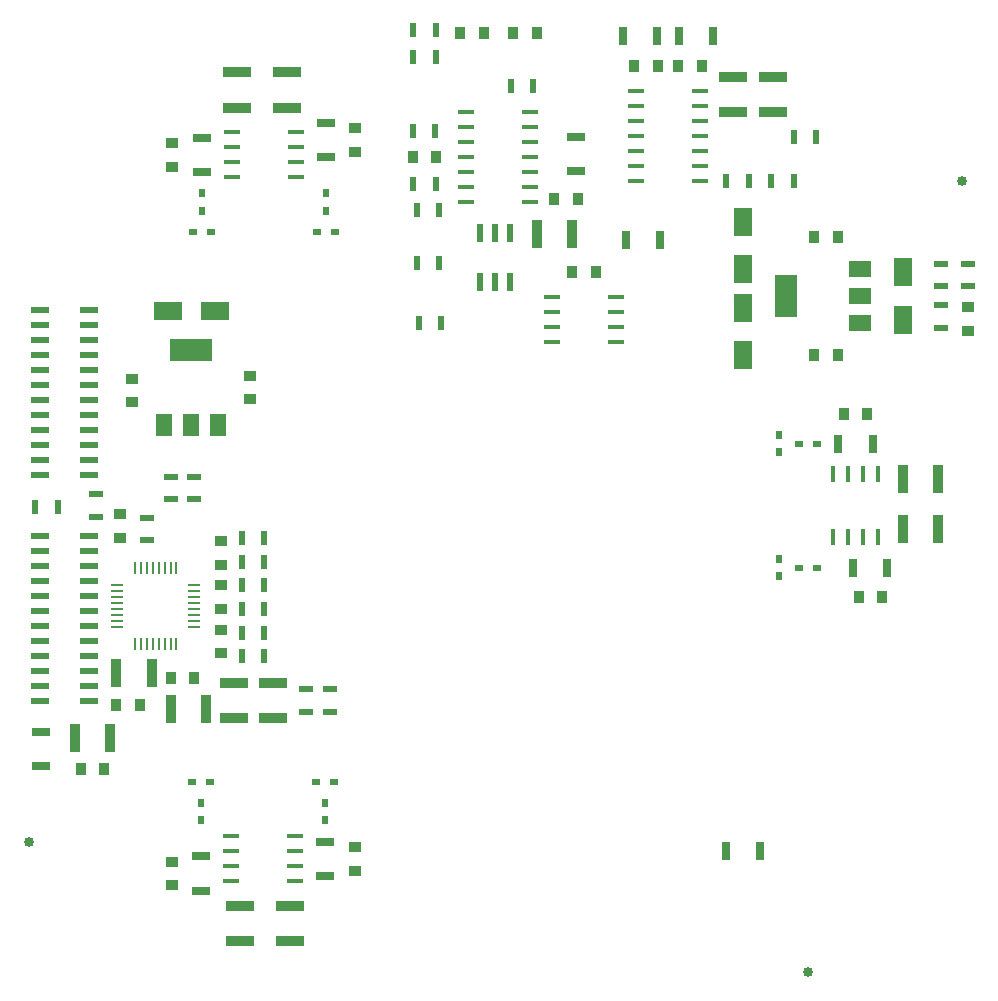
<source format=gbp>
G04 #@! TF.FileFunction,Paste,Bot*
%FSLAX46Y46*%
G04 Gerber Fmt 4.6, Leading zero omitted, Abs format (unit mm)*
G04 Created by KiCad (PCBNEW 4.0.7+dfsg1-1~bpo9+1) date Fri Aug 10 12:09:53 2018*
%MOMM*%
%LPD*%
G01*
G04 APERTURE LIST*
%ADD10C,0.100000*%
%ADD11R,2.350000X0.850000*%
%ADD12R,0.850000X2.350000*%
%ADD13R,0.610000X1.650000*%
%ADD14R,0.550000X1.150000*%
%ADD15R,1.050000X0.130000*%
%ADD16R,0.130000X1.050000*%
%ADD17R,0.450000X1.400000*%
%ADD18R,1.150000X0.550000*%
%ADD19R,0.850000X1.100000*%
%ADD20R,1.100000X0.850000*%
%ADD21R,1.400000X0.450000*%
%ADD22R,1.350000X0.450000*%
%ADD23R,2.349360X1.650860*%
%ADD24R,1.650860X2.349360*%
%ADD25R,0.600000X0.650000*%
%ADD26R,0.650000X0.600000*%
%ADD27R,1.550000X0.750000*%
%ADD28R,0.750000X1.550000*%
%ADD29R,1.850000X3.650000*%
%ADD30R,1.850000X1.350000*%
%ADD31R,3.650000X1.850000*%
%ADD32R,1.350000X1.850000*%
%ADD33R,1.650000X0.610000*%
%ADD34C,0.850000*%
G04 APERTURE END LIST*
D10*
D11*
X81200000Y-115000000D03*
X81200000Y-118000000D03*
D12*
X67900000Y-114200000D03*
X70900000Y-114200000D03*
D13*
X101270000Y-81100000D03*
X101270000Y-76900000D03*
X100000000Y-81100000D03*
X100000000Y-76900000D03*
X98730000Y-81100000D03*
X98730000Y-76900000D03*
D14*
X93050000Y-72750000D03*
X94950000Y-72750000D03*
D15*
X74500000Y-106750000D03*
X74500000Y-107250000D03*
X74500000Y-107750000D03*
X74500000Y-108250000D03*
X74500000Y-108750000D03*
X74500000Y-109250000D03*
X74500000Y-109750000D03*
X74500000Y-110250000D03*
D16*
X73000000Y-111750000D03*
X72500000Y-111750000D03*
X72000000Y-111750000D03*
X71500000Y-111750000D03*
X71000000Y-111750000D03*
X70500000Y-111750000D03*
X70000000Y-111750000D03*
X69500000Y-111750000D03*
D15*
X68000000Y-110250000D03*
X68000000Y-109750000D03*
X68000000Y-109250000D03*
X68000000Y-108750000D03*
X68000000Y-108250000D03*
X68000000Y-107750000D03*
X68000000Y-107250000D03*
X68000000Y-106750000D03*
D16*
X69500000Y-105250000D03*
X70000000Y-105250000D03*
X70500000Y-105250000D03*
X71000000Y-105250000D03*
X71500000Y-105250000D03*
X72000000Y-105250000D03*
X72500000Y-105250000D03*
X73000000Y-105250000D03*
D17*
X132405000Y-102700000D03*
X131135000Y-102700000D03*
X129865000Y-102700000D03*
X128595000Y-102700000D03*
X128595000Y-97300000D03*
X129865000Y-97300000D03*
X131135000Y-97300000D03*
X132405000Y-97300000D03*
D18*
X86000000Y-115550000D03*
X86000000Y-117450000D03*
D19*
X117500000Y-62750000D03*
X115500000Y-62750000D03*
D14*
X93050000Y-62000000D03*
X94950000Y-62000000D03*
D20*
X69250000Y-91250000D03*
X69250000Y-89250000D03*
D19*
X93000000Y-70500000D03*
X95000000Y-70500000D03*
D14*
X93500000Y-84500000D03*
X95400000Y-84500000D03*
X94900000Y-68250000D03*
X93000000Y-68250000D03*
D20*
X140000000Y-85200000D03*
X140000000Y-83200000D03*
D19*
X127000000Y-77250000D03*
X129000000Y-77250000D03*
X127000000Y-87250000D03*
X129000000Y-87250000D03*
D20*
X68250000Y-100750000D03*
X68250000Y-102750000D03*
X76750000Y-106750000D03*
X76750000Y-108750000D03*
X79250000Y-89000000D03*
X79250000Y-91000000D03*
D19*
X111750000Y-62750000D03*
X113750000Y-62750000D03*
D20*
X76750000Y-103000000D03*
X76750000Y-105000000D03*
X76750000Y-110500000D03*
X76750000Y-112500000D03*
D19*
X66900000Y-122300000D03*
X64900000Y-122300000D03*
X74500000Y-114600000D03*
X72500000Y-114600000D03*
X67900000Y-116900000D03*
X69900000Y-116900000D03*
X108500000Y-80250000D03*
X106500000Y-80250000D03*
X105000000Y-74000000D03*
X107000000Y-74000000D03*
X97000000Y-60000000D03*
X99000000Y-60000000D03*
D18*
X70500000Y-101050000D03*
X70500000Y-102950000D03*
X84000000Y-115550000D03*
X84000000Y-117450000D03*
X72500000Y-99450000D03*
X72500000Y-97550000D03*
D14*
X125250000Y-68800000D03*
X127150000Y-68800000D03*
D18*
X74500000Y-99450000D03*
X74500000Y-97550000D03*
X66200000Y-99050000D03*
X66200000Y-100950000D03*
D14*
X78550000Y-102750000D03*
X80450000Y-102750000D03*
X80450000Y-104750000D03*
X78550000Y-104750000D03*
X78550000Y-106750000D03*
X80450000Y-106750000D03*
X80450000Y-108750000D03*
X78550000Y-108750000D03*
X78550000Y-110750000D03*
X80450000Y-110750000D03*
X80450000Y-112750000D03*
X78550000Y-112750000D03*
D21*
X77650000Y-131805000D03*
X77650000Y-130535000D03*
X77650000Y-129265000D03*
X77650000Y-127995000D03*
X83050000Y-127995000D03*
X83050000Y-129265000D03*
X83050000Y-130535000D03*
X83050000Y-131805000D03*
X110200000Y-82345000D03*
X110200000Y-83615000D03*
X110200000Y-84885000D03*
X110200000Y-86155000D03*
X104800000Y-86155000D03*
X104800000Y-84885000D03*
X104800000Y-83615000D03*
X104800000Y-82345000D03*
X83100000Y-68395000D03*
X83100000Y-69665000D03*
X83100000Y-70935000D03*
X83100000Y-72205000D03*
X77700000Y-72205000D03*
X77700000Y-70935000D03*
X77700000Y-69665000D03*
X77700000Y-68395000D03*
D14*
X93350000Y-75000000D03*
X95250000Y-75000000D03*
D11*
X120150000Y-66700000D03*
X120150000Y-63700000D03*
D19*
X103500000Y-60000000D03*
X101500000Y-60000000D03*
D22*
X111950000Y-72510000D03*
X111950000Y-71240000D03*
X111950000Y-69970000D03*
X111950000Y-68700000D03*
X111950000Y-67430000D03*
X111950000Y-66160000D03*
X111950000Y-64890000D03*
X117350000Y-64890000D03*
X117350000Y-66160000D03*
X117350000Y-67430000D03*
X117350000Y-68700000D03*
X117350000Y-69970000D03*
X117350000Y-71240000D03*
X117350000Y-72510000D03*
D14*
X62950000Y-100100000D03*
X61050000Y-100100000D03*
X95250000Y-79500000D03*
X93350000Y-79500000D03*
X94950000Y-59750000D03*
X93050000Y-59750000D03*
X101300000Y-64500000D03*
X103200000Y-64500000D03*
X125250000Y-72500000D03*
X123350000Y-72500000D03*
D12*
X67400000Y-119700000D03*
X64400000Y-119700000D03*
D11*
X82600000Y-133900000D03*
X82600000Y-136900000D03*
D20*
X72600000Y-130150000D03*
X72600000Y-132150000D03*
D11*
X78150000Y-66300000D03*
X78150000Y-63300000D03*
D12*
X134500000Y-97750000D03*
X137500000Y-97750000D03*
X75500000Y-117200000D03*
X72500000Y-117200000D03*
D20*
X88100000Y-128900000D03*
X88100000Y-130900000D03*
X88150000Y-70050000D03*
X88150000Y-68050000D03*
X72650000Y-71300000D03*
X72650000Y-69300000D03*
D19*
X130750000Y-107750000D03*
X132750000Y-107750000D03*
X129500000Y-92250000D03*
X131500000Y-92250000D03*
D11*
X77900000Y-115000000D03*
X77900000Y-118000000D03*
X78350000Y-136900000D03*
X78350000Y-133900000D03*
X82400000Y-63300000D03*
X82400000Y-66300000D03*
D12*
X137500000Y-102000000D03*
X134500000Y-102000000D03*
X103500000Y-77000000D03*
X106500000Y-77000000D03*
D11*
X123500000Y-66700000D03*
X123500000Y-63700000D03*
D23*
X72251020Y-83500000D03*
X76248980Y-83500000D03*
D24*
X121000000Y-87248980D03*
X121000000Y-83251020D03*
X134500000Y-80251020D03*
X134500000Y-84248980D03*
X121000000Y-79998980D03*
X121000000Y-76001020D03*
D25*
X75100000Y-125150000D03*
X75100000Y-126650000D03*
D26*
X75850000Y-123400000D03*
X74350000Y-123400000D03*
D25*
X85600000Y-125150000D03*
X85600000Y-126650000D03*
D26*
X84850000Y-123400000D03*
X86350000Y-123400000D03*
D25*
X85650000Y-75050000D03*
X85650000Y-73550000D03*
D26*
X84900000Y-76800000D03*
X86400000Y-76800000D03*
D25*
X75150000Y-75050000D03*
X75150000Y-73550000D03*
D26*
X75900000Y-76800000D03*
X74400000Y-76800000D03*
X125750000Y-105250000D03*
X127250000Y-105250000D03*
D25*
X124000000Y-104500000D03*
X124000000Y-106000000D03*
D26*
X125750000Y-94750000D03*
X127250000Y-94750000D03*
D25*
X124000000Y-95500000D03*
X124000000Y-94000000D03*
D27*
X61500000Y-119150000D03*
X61500000Y-122050000D03*
D28*
X111050000Y-77500000D03*
X113950000Y-77500000D03*
D27*
X106800000Y-71700000D03*
X106800000Y-68800000D03*
D18*
X137750000Y-79550000D03*
X137750000Y-81450000D03*
X140000000Y-79550000D03*
X140000000Y-81450000D03*
X137750000Y-83050000D03*
X137750000Y-84950000D03*
D27*
X75100000Y-129700000D03*
X75100000Y-132600000D03*
D14*
X121450000Y-72500000D03*
X119550000Y-72500000D03*
D27*
X85600000Y-128450000D03*
X85600000Y-131350000D03*
X75150000Y-71750000D03*
X75150000Y-68850000D03*
D28*
X110800000Y-60250000D03*
X113700000Y-60250000D03*
X129050000Y-94750000D03*
X131950000Y-94750000D03*
D27*
X85650000Y-70500000D03*
X85650000Y-67600000D03*
D28*
X115550000Y-60250000D03*
X118450000Y-60250000D03*
X122450000Y-129250000D03*
X119550000Y-129250000D03*
X130300000Y-105250000D03*
X133200000Y-105250000D03*
D22*
X97550000Y-74310000D03*
X97550000Y-73040000D03*
X97550000Y-71770000D03*
X97550000Y-70500000D03*
X97550000Y-69230000D03*
X97550000Y-67960000D03*
X97550000Y-66690000D03*
X102950000Y-66690000D03*
X102950000Y-67960000D03*
X102950000Y-69230000D03*
X102950000Y-70500000D03*
X102950000Y-71770000D03*
X102950000Y-73040000D03*
X102950000Y-74310000D03*
D29*
X124600000Y-82250000D03*
D30*
X130900000Y-82250000D03*
X130900000Y-84550000D03*
X130900000Y-79950000D03*
D31*
X74250000Y-86850000D03*
D32*
X74250000Y-93150000D03*
X71950000Y-93150000D03*
X76550000Y-93150000D03*
D33*
X65620000Y-102575000D03*
X61420000Y-102575000D03*
X65620000Y-103845000D03*
X61420000Y-103845000D03*
X65620000Y-105115000D03*
X61420000Y-105115000D03*
X65620000Y-106385000D03*
X61420000Y-106385000D03*
X65620000Y-107655000D03*
X61420000Y-107655000D03*
X65620000Y-108925000D03*
X61420000Y-108925000D03*
X65620000Y-110195000D03*
X61420000Y-110195000D03*
X65620000Y-111465000D03*
X61420000Y-111465000D03*
X65620000Y-112735000D03*
X61420000Y-112735000D03*
X65620000Y-114005000D03*
X61420000Y-114005000D03*
X65620000Y-115275000D03*
X61420000Y-115275000D03*
X65620000Y-116545000D03*
X61420000Y-116545000D03*
X65620000Y-83455000D03*
X61420000Y-83455000D03*
X65620000Y-84725000D03*
X61420000Y-84725000D03*
X65620000Y-85995000D03*
X61420000Y-85995000D03*
X65620000Y-87265000D03*
X61420000Y-87265000D03*
X65620000Y-88535000D03*
X61420000Y-88535000D03*
X65620000Y-89805000D03*
X61420000Y-89805000D03*
X65620000Y-91075000D03*
X61420000Y-91075000D03*
X65620000Y-92345000D03*
X61420000Y-92345000D03*
X65620000Y-93615000D03*
X61420000Y-93615000D03*
X65620000Y-94885000D03*
X61420000Y-94885000D03*
X65620000Y-96155000D03*
X61420000Y-96155000D03*
X65620000Y-97425000D03*
X61420000Y-97425000D03*
D34*
X60500000Y-128500000D03*
X126500000Y-139500000D03*
X139500000Y-72500000D03*
M02*

</source>
